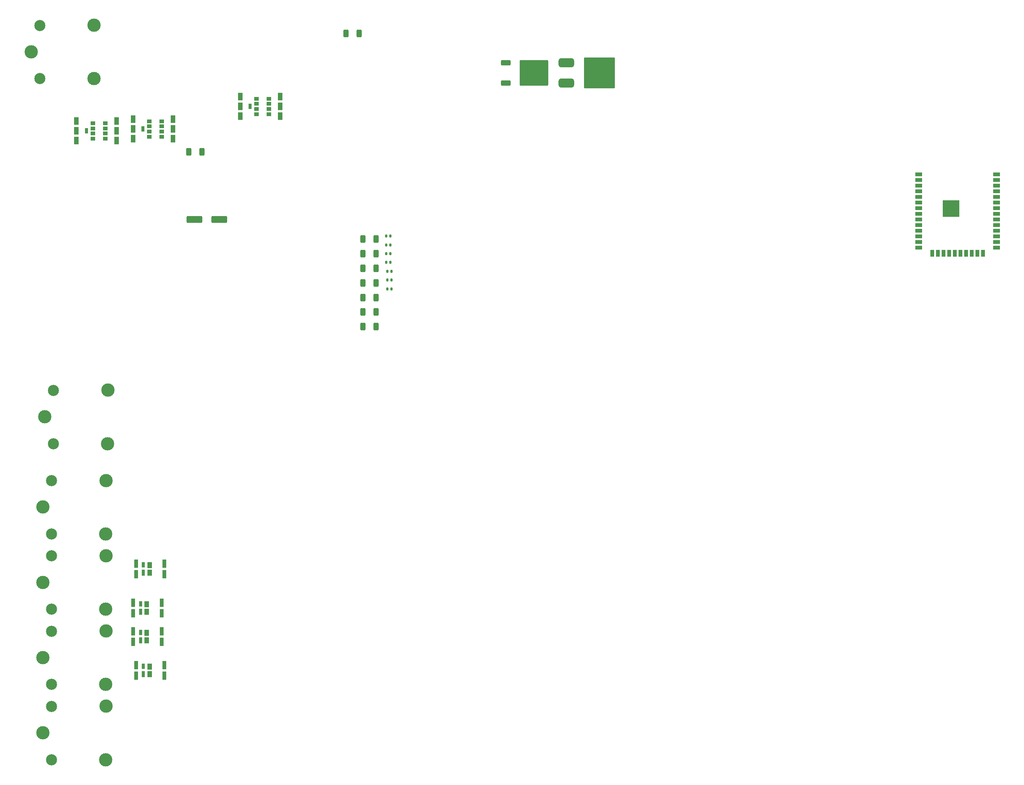
<source format=gbr>
%TF.GenerationSoftware,KiCad,Pcbnew,7.0.8*%
%TF.CreationDate,2023-10-11T10:21:05+03:00*%
%TF.ProjectId,sprinklers,73707269-6e6b-46c6-9572-732e6b696361,rev?*%
%TF.SameCoordinates,Original*%
%TF.FileFunction,Copper,L1,Top*%
%TF.FilePolarity,Positive*%
%FSLAX46Y46*%
G04 Gerber Fmt 4.6, Leading zero omitted, Abs format (unit mm)*
G04 Created by KiCad (PCBNEW 7.0.8) date 2023-10-11 10:21:05*
%MOMM*%
%LPD*%
G01*
G04 APERTURE LIST*
G04 Aperture macros list*
%AMRoundRect*
0 Rectangle with rounded corners*
0 $1 Rounding radius*
0 $2 $3 $4 $5 $6 $7 $8 $9 X,Y pos of 4 corners*
0 Add a 4 corners polygon primitive as box body*
4,1,4,$2,$3,$4,$5,$6,$7,$8,$9,$2,$3,0*
0 Add four circle primitives for the rounded corners*
1,1,$1+$1,$2,$3*
1,1,$1+$1,$4,$5*
1,1,$1+$1,$6,$7*
1,1,$1+$1,$8,$9*
0 Add four rect primitives between the rounded corners*
20,1,$1+$1,$2,$3,$4,$5,0*
20,1,$1+$1,$4,$5,$6,$7,0*
20,1,$1+$1,$6,$7,$8,$9,0*
20,1,$1+$1,$8,$9,$2,$3,0*%
G04 Aperture macros list end*
%TA.AperFunction,ComponentPad*%
%ADD10C,3.000000*%
%TD*%
%TA.AperFunction,ComponentPad*%
%ADD11C,2.500000*%
%TD*%
%TA.AperFunction,SMDPad,CuDef*%
%ADD12R,1.100000X1.700000*%
%TD*%
%TA.AperFunction,SMDPad,CuDef*%
%ADD13R,0.700000X1.300000*%
%TD*%
%TA.AperFunction,SMDPad,CuDef*%
%ADD14R,1.100000X0.850000*%
%TD*%
%TA.AperFunction,SMDPad,CuDef*%
%ADD15R,0.900000X1.850000*%
%TD*%
%TA.AperFunction,SMDPad,CuDef*%
%ADD16R,0.650000X1.150000*%
%TD*%
%TA.AperFunction,SMDPad,CuDef*%
%ADD17R,0.650000X1.350000*%
%TD*%
%TA.AperFunction,SMDPad,CuDef*%
%ADD18R,1.000000X1.350000*%
%TD*%
%TA.AperFunction,SMDPad,CuDef*%
%ADD19RoundRect,0.147500X-0.147500X-0.172500X0.147500X-0.172500X0.147500X0.172500X-0.147500X0.172500X0*%
%TD*%
%TA.AperFunction,SMDPad,CuDef*%
%ADD20RoundRect,0.500000X-1.250000X-0.500000X1.250000X-0.500000X1.250000X0.500000X-1.250000X0.500000X0*%
%TD*%
%TA.AperFunction,SMDPad,CuDef*%
%ADD21RoundRect,0.250000X-3.250000X-3.250000X3.250000X-3.250000X3.250000X3.250000X-3.250000X3.250000X0*%
%TD*%
%TA.AperFunction,SMDPad,CuDef*%
%ADD22RoundRect,0.140000X-0.140000X-0.170000X0.140000X-0.170000X0.140000X0.170000X-0.140000X0.170000X0*%
%TD*%
%TA.AperFunction,SMDPad,CuDef*%
%ADD23R,1.500000X0.900000*%
%TD*%
%TA.AperFunction,SMDPad,CuDef*%
%ADD24R,0.900000X1.500000*%
%TD*%
%TA.AperFunction,SMDPad,CuDef*%
%ADD25R,0.900000X0.900000*%
%TD*%
%TA.AperFunction,HeatsinkPad*%
%ADD26C,0.600000*%
%TD*%
%TA.AperFunction,SMDPad,CuDef*%
%ADD27R,3.800000X3.800000*%
%TD*%
%TA.AperFunction,SMDPad,CuDef*%
%ADD28RoundRect,0.250000X-0.312500X-0.625000X0.312500X-0.625000X0.312500X0.625000X-0.312500X0.625000X0*%
%TD*%
%TA.AperFunction,SMDPad,CuDef*%
%ADD29RoundRect,0.250000X-1.500000X-0.550000X1.500000X-0.550000X1.500000X0.550000X-1.500000X0.550000X0*%
%TD*%
%TA.AperFunction,SMDPad,CuDef*%
%ADD30RoundRect,0.250000X-0.850000X-0.350000X0.850000X-0.350000X0.850000X0.350000X-0.850000X0.350000X0*%
%TD*%
%TA.AperFunction,SMDPad,CuDef*%
%ADD31RoundRect,0.250000X-1.275000X-1.125000X1.275000X-1.125000X1.275000X1.125000X-1.275000X1.125000X0*%
%TD*%
%TA.AperFunction,SMDPad,CuDef*%
%ADD32RoundRect,0.249997X-2.950003X-2.650003X2.950003X-2.650003X2.950003X2.650003X-2.950003X2.650003X0*%
%TD*%
G04 APERTURE END LIST*
D10*
%TO.P,K4,1*%
%TO.N,Net-(J2-In)*%
X31720000Y-146505000D03*
D11*
%TO.P,K4,2*%
%TO.N,Net-(Q4-D)*%
X33670000Y-152555000D03*
D10*
%TO.P,K4,3*%
%TO.N,unconnected-(K4-Pad3)*%
X45870000Y-152555000D03*
%TO.P,K4,4*%
%TO.N,unconnected-(K4-Pad4)*%
X45920000Y-140505000D03*
D11*
%TO.P,K4,5*%
%TO.N,+5V*%
X33670000Y-140555000D03*
%TD*%
D12*
%TO.P,Q2,1,D*%
%TO.N,Net-(Q2-D)*%
X51990000Y-42155000D03*
X51990000Y-44355000D03*
X51990000Y-46555000D03*
X60990000Y-42155000D03*
X60990000Y-44355000D03*
X60990000Y-46555000D03*
D13*
%TO.P,Q2,2,G*%
%TO.N,Net-(Q2-G)*%
X54240000Y-44355000D03*
D14*
%TO.P,Q2,3,S*%
%TO.N,GND*%
X55640000Y-42630000D03*
X55640000Y-43780000D03*
X55640000Y-44930000D03*
X55640000Y-46080000D03*
X58440000Y-42630000D03*
X58440000Y-43780000D03*
X58440000Y-44930000D03*
X58440000Y-46080000D03*
%TD*%
D15*
%TO.P,Q6,1,D*%
%TO.N,Net-(Q6-D)*%
X52680000Y-165195000D03*
X52680000Y-167545000D03*
X59080000Y-165195000D03*
X59080000Y-167545000D03*
D16*
%TO.P,Q6,2,G*%
%TO.N,Net-(Q6-G)*%
X54330000Y-165420000D03*
D17*
%TO.P,Q6,3,S*%
%TO.N,GND*%
X54330000Y-167220000D03*
D18*
X55705000Y-165520000D03*
X55705000Y-167220000D03*
%TD*%
D19*
%TO.P,D3,1,K*%
%TO.N,Net-(D3-K)*%
X109227500Y-80370000D03*
%TO.P,D3,2,A*%
%TO.N,Net-(D3-A)*%
X110197500Y-80370000D03*
%TD*%
D20*
%TO.P,REF\u002A\u002A,1*%
%TO.N,N/C*%
X149565000Y-29450000D03*
D21*
X156965000Y-31750000D03*
D20*
%TO.P,REF\u002A\u002A,2*%
X149565000Y-34030000D03*
%TD*%
D22*
%TO.P,C4,1*%
%TO.N,Net-(U1-VO)*%
X108977500Y-74410000D03*
%TO.P,C4,2*%
%TO.N,GND*%
X109937500Y-74410000D03*
%TD*%
%TO.P,C1,1*%
%TO.N,+5V*%
X108977500Y-68500000D03*
%TO.P,C1,2*%
%TO.N,GND*%
X109937500Y-68500000D03*
%TD*%
D23*
%TO.P,U2,1,GND*%
%TO.N,GND*%
X228880000Y-54610000D03*
%TO.P,U2,2,VDD*%
%TO.N,Net-(U1-VO)*%
X228880000Y-55880000D03*
%TO.P,U2,3,EN*%
%TO.N,unconnected-(U2-EN-Pad3)*%
X228880000Y-57150000D03*
%TO.P,U2,4,SENSOR_VP*%
%TO.N,unconnected-(U2-SENSOR_VP-Pad4)*%
X228880000Y-58420000D03*
%TO.P,U2,5,SENSOR_VN*%
%TO.N,unconnected-(U2-SENSOR_VN-Pad5)*%
X228880000Y-59690000D03*
%TO.P,U2,6,IO34*%
%TO.N,Net-(U2-IO34)*%
X228880000Y-60960000D03*
%TO.P,U2,7,IO35*%
%TO.N,Net-(D3-A)*%
X228880000Y-62230000D03*
%TO.P,U2,8,IO32*%
%TO.N,unconnected-(U2-IO32-Pad8)*%
X228880000Y-63500000D03*
%TO.P,U2,9,IO33*%
%TO.N,unconnected-(U2-IO33-Pad9)*%
X228880000Y-64770000D03*
%TO.P,U2,10,IO25*%
%TO.N,unconnected-(U2-IO25-Pad10)*%
X228880000Y-66040000D03*
%TO.P,U2,11,IO26*%
%TO.N,unconnected-(U2-IO26-Pad11)*%
X228880000Y-67310000D03*
%TO.P,U2,12,IO27*%
%TO.N,Net-(D2-A)*%
X228880000Y-68580000D03*
%TO.P,U2,13,IO14*%
%TO.N,unconnected-(U2-IO14-Pad13)*%
X228880000Y-69850000D03*
%TO.P,U2,14,IO12*%
%TO.N,unconnected-(U2-IO12-Pad14)*%
X228880000Y-71120000D03*
D24*
%TO.P,U2,15,GND*%
%TO.N,GND*%
X231920000Y-72370000D03*
%TO.P,U2,16,IO13*%
%TO.N,Net-(U2-IO13)*%
X233190000Y-72370000D03*
%TO.P,U2,17,SHD/SD2*%
%TO.N,Net-(U2-SHD{slash}SD2)*%
X234460000Y-72370000D03*
%TO.P,U2,18,SWP/SD3*%
%TO.N,Net-(U2-SWP{slash}SD3)*%
X235730000Y-72370000D03*
%TO.P,U2,19,SCS/CMD*%
%TO.N,Net-(U2-SCS{slash}CMD)*%
X237000000Y-72370000D03*
%TO.P,U2,20,SCK/CLK*%
%TO.N,unconnected-(U2-SCK{slash}CLK-Pad20)*%
X238270000Y-72370000D03*
%TO.P,U2,21,SDO/SD0*%
%TO.N,unconnected-(U2-SDO{slash}SD0-Pad21)*%
X239540000Y-72370000D03*
%TO.P,U2,22,SDI/SD1*%
%TO.N,unconnected-(U2-SDI{slash}SD1-Pad22)*%
X240810000Y-72370000D03*
%TO.P,U2,23,IO15*%
%TO.N,unconnected-(U2-IO15-Pad23)*%
X242080000Y-72370000D03*
%TO.P,U2,24,IO2*%
%TO.N,Net-(U2-IO2)*%
X243350000Y-72370000D03*
D23*
%TO.P,U2,25,IO0*%
%TO.N,unconnected-(U2-IO0-Pad25)*%
X246380000Y-71120000D03*
%TO.P,U2,26,IO4*%
%TO.N,unconnected-(U2-IO4-Pad26)*%
X246380000Y-69850000D03*
%TO.P,U2,27,IO16*%
%TO.N,unconnected-(U2-IO16-Pad27)*%
X246380000Y-68580000D03*
%TO.P,U2,28,IO17*%
%TO.N,unconnected-(U2-IO17-Pad28)*%
X246380000Y-67310000D03*
%TO.P,U2,29,IO5*%
%TO.N,unconnected-(U2-IO5-Pad29)*%
X246380000Y-66040000D03*
%TO.P,U2,30,IO18*%
%TO.N,unconnected-(U2-IO18-Pad30)*%
X246380000Y-64770000D03*
%TO.P,U2,31,IO19*%
%TO.N,unconnected-(U2-IO19-Pad31)*%
X246380000Y-63500000D03*
%TO.P,U2,32,NC*%
%TO.N,unconnected-(U2-NC-Pad32)*%
X246380000Y-62230000D03*
%TO.P,U2,33,IO21*%
%TO.N,unconnected-(U2-IO21-Pad33)*%
X246380000Y-60960000D03*
%TO.P,U2,34,RXD0/IO3*%
%TO.N,unconnected-(U2-RXD0{slash}IO3-Pad34)*%
X246380000Y-59690000D03*
%TO.P,U2,35,TXD0/IO1*%
%TO.N,unconnected-(U2-TXD0{slash}IO1-Pad35)*%
X246380000Y-58420000D03*
%TO.P,U2,36,IO22*%
%TO.N,Net-(D1-A)*%
X246380000Y-57150000D03*
%TO.P,U2,37,IO23*%
%TO.N,unconnected-(U2-IO23-Pad37)*%
X246380000Y-55880000D03*
%TO.P,U2,38,GND*%
%TO.N,GND*%
X246380000Y-54610000D03*
D25*
%TO.P,U2,39,GND*%
X234730000Y-60930000D03*
D26*
X234730000Y-61630000D03*
D25*
X234730000Y-62330000D03*
D26*
X234730000Y-63030000D03*
D25*
X234730000Y-63730000D03*
D26*
X235430000Y-60930000D03*
X235430000Y-62330000D03*
X235430000Y-63730000D03*
X236105000Y-61630000D03*
X236105000Y-63030000D03*
D25*
X236130000Y-60930000D03*
X236130000Y-62330000D03*
D27*
X236130000Y-62330000D03*
D25*
X236130000Y-63730000D03*
D26*
X236830000Y-60930000D03*
X236830000Y-62330000D03*
X236830000Y-63730000D03*
D25*
X237530000Y-60930000D03*
D26*
X237530000Y-61630000D03*
D25*
X237530000Y-62330000D03*
D26*
X237530000Y-63030000D03*
D25*
X237530000Y-63730000D03*
%TD*%
D10*
%TO.P,K1,1*%
%TO.N,Net-(J2-In)*%
X29030000Y-26970000D03*
D11*
%TO.P,K1,2*%
%TO.N,Net-(Q1-D)*%
X30980000Y-33020000D03*
D10*
%TO.P,K1,3*%
%TO.N,unconnected-(K1-Pad3)*%
X43180000Y-33020000D03*
%TO.P,K1,4*%
%TO.N,unconnected-(K1-Pad4)*%
X43230000Y-20970000D03*
D11*
%TO.P,K1,5*%
%TO.N,+5V*%
X30980000Y-21020000D03*
%TD*%
D12*
%TO.P,Q1,1,D*%
%TO.N,Net-(Q1-D)*%
X76120000Y-37075000D03*
X76120000Y-39275000D03*
X76120000Y-41475000D03*
X85120000Y-37075000D03*
X85120000Y-39275000D03*
X85120000Y-41475000D03*
D13*
%TO.P,Q1,2,G*%
%TO.N,Net-(Q1-G)*%
X78370000Y-39275000D03*
D14*
%TO.P,Q1,3,S*%
%TO.N,GND*%
X79770000Y-37550000D03*
X79770000Y-38700000D03*
X79770000Y-39850000D03*
X79770000Y-41000000D03*
X82570000Y-37550000D03*
X82570000Y-38700000D03*
X82570000Y-39850000D03*
X82570000Y-41000000D03*
%TD*%
D19*
%TO.P,D2,1,K*%
%TO.N,Net-(D2-K)*%
X109227500Y-78380000D03*
%TO.P,D2,2,A*%
%TO.N,Net-(D2-A)*%
X110197500Y-78380000D03*
%TD*%
D28*
%TO.P,R3,1*%
%TO.N,GND*%
X103755000Y-75740000D03*
%TO.P,R3,2*%
%TO.N,Net-(D3-K)*%
X106680000Y-75740000D03*
%TD*%
D15*
%TO.P,Q3,1,D*%
%TO.N,Net-(Q3-D)*%
X52680000Y-142335000D03*
X52680000Y-144685000D03*
X59080000Y-142335000D03*
X59080000Y-144685000D03*
D16*
%TO.P,Q3,2,G*%
%TO.N,Net-(Q3-G)*%
X54330000Y-142560000D03*
D17*
%TO.P,Q3,3,S*%
%TO.N,GND*%
X54330000Y-144360000D03*
D18*
X55705000Y-142660000D03*
X55705000Y-144360000D03*
%TD*%
D22*
%TO.P,C3,1*%
%TO.N,Net-(U1-VO)*%
X108977500Y-72440000D03*
%TO.P,C3,2*%
%TO.N,GND*%
X109937500Y-72440000D03*
%TD*%
D28*
%TO.P,R8,1*%
%TO.N,Net-(Q5-G)*%
X103755000Y-85610000D03*
%TO.P,R8,2*%
%TO.N,Net-(U2-SWP{slash}SD3)*%
X106680000Y-85610000D03*
%TD*%
D10*
%TO.P,K5,1*%
%TO.N,Net-(J2-In)*%
X31720000Y-163455000D03*
D11*
%TO.P,K5,2*%
%TO.N,Net-(Q5-D)*%
X33670000Y-169505000D03*
D10*
%TO.P,K5,3*%
%TO.N,unconnected-(K5-Pad3)*%
X45870000Y-169505000D03*
%TO.P,K5,4*%
%TO.N,unconnected-(K5-Pad4)*%
X45920000Y-157455000D03*
D11*
%TO.P,K5,5*%
%TO.N,+5V*%
X33670000Y-157505000D03*
%TD*%
D28*
%TO.P,R1,1*%
%TO.N,GND*%
X103755000Y-69160000D03*
%TO.P,R1,2*%
%TO.N,Net-(D1-K)*%
X106680000Y-69160000D03*
%TD*%
D19*
%TO.P,D1,1,K*%
%TO.N,Net-(D1-K)*%
X109227500Y-76390000D03*
%TO.P,D1,2,A*%
%TO.N,Net-(D1-A)*%
X110197500Y-76390000D03*
%TD*%
D12*
%TO.P,Q7,1,D*%
%TO.N,unconnected-(Q7-D-Pad1)*%
X39260000Y-42590000D03*
X39260000Y-44790000D03*
X39260000Y-46990000D03*
X48260000Y-42590000D03*
X48260000Y-44790000D03*
X48260000Y-46990000D03*
D13*
%TO.P,Q7,2,G*%
%TO.N,unconnected-(Q7-G-Pad2)*%
X41510000Y-44790000D03*
D14*
%TO.P,Q7,3,S*%
%TO.N,unconnected-(Q7-S-Pad3)*%
X42910000Y-43065000D03*
X42910000Y-44215000D03*
X42910000Y-45365000D03*
X42910000Y-46515000D03*
X45710000Y-43065000D03*
X45710000Y-44215000D03*
X45710000Y-45365000D03*
X45710000Y-46515000D03*
%TD*%
D28*
%TO.P,R2,1*%
%TO.N,GND*%
X103755000Y-72450000D03*
%TO.P,R2,2*%
%TO.N,Net-(D2-K)*%
X106680000Y-72450000D03*
%TD*%
%TO.P,R7,1*%
%TO.N,Net-(Q4-G)*%
X103755000Y-82320000D03*
%TO.P,R7,2*%
%TO.N,Net-(U2-SCS{slash}CMD)*%
X106680000Y-82320000D03*
%TD*%
D15*
%TO.P,Q4,1,D*%
%TO.N,Net-(Q4-D)*%
X52020000Y-151120000D03*
X52020000Y-153470000D03*
X58420000Y-151120000D03*
X58420000Y-153470000D03*
D16*
%TO.P,Q4,2,G*%
%TO.N,Net-(Q4-G)*%
X53670000Y-151345000D03*
D17*
%TO.P,Q4,3,S*%
%TO.N,GND*%
X53670000Y-153145000D03*
D18*
X55045000Y-151445000D03*
X55045000Y-153145000D03*
%TD*%
D28*
%TO.P,R9,1*%
%TO.N,Net-(Q6-G)*%
X103755000Y-88900000D03*
%TO.P,R9,2*%
%TO.N,Net-(U2-SHD{slash}SD2)*%
X106680000Y-88900000D03*
%TD*%
D15*
%TO.P,Q5,1,D*%
%TO.N,Net-(Q5-D)*%
X52020000Y-157570000D03*
X52020000Y-159920000D03*
X58420000Y-157570000D03*
X58420000Y-159920000D03*
D16*
%TO.P,Q5,2,G*%
%TO.N,Net-(Q5-G)*%
X53670000Y-157795000D03*
D17*
%TO.P,Q5,3,S*%
%TO.N,GND*%
X53670000Y-159595000D03*
D18*
X55045000Y-157895000D03*
X55045000Y-159595000D03*
%TD*%
D28*
%TO.P,R6,1*%
%TO.N,Net-(Q3-G)*%
X103755000Y-79030000D03*
%TO.P,R6,2*%
%TO.N,Net-(U2-IO34)*%
X106680000Y-79030000D03*
%TD*%
D10*
%TO.P,K6,1*%
%TO.N,Net-(J2-In)*%
X31720000Y-180405000D03*
D11*
%TO.P,K6,2*%
%TO.N,Net-(Q6-D)*%
X33670000Y-186455000D03*
D10*
%TO.P,K6,3*%
%TO.N,unconnected-(K6-Pad3)*%
X45870000Y-186455000D03*
%TO.P,K6,4*%
%TO.N,unconnected-(K6-Pad4)*%
X45920000Y-174405000D03*
D11*
%TO.P,K6,5*%
%TO.N,+5V*%
X33670000Y-174455000D03*
%TD*%
D10*
%TO.P,K2,1*%
%TO.N,Net-(J2-In)*%
X32140000Y-109220000D03*
D11*
%TO.P,K2,2*%
%TO.N,Net-(Q2-D)*%
X34090000Y-115270000D03*
D10*
%TO.P,K2,3*%
%TO.N,unconnected-(K2-Pad3)*%
X46290000Y-115270000D03*
%TO.P,K2,4*%
%TO.N,unconnected-(K2-Pad4)*%
X46340000Y-103220000D03*
D11*
%TO.P,K2,5*%
%TO.N,+5V*%
X34090000Y-103270000D03*
%TD*%
D29*
%TO.P,U1,1,GND*%
%TO.N,GND*%
X65780000Y-64770000D03*
%TO.P,U1,2,VO*%
%TO.N,Net-(U1-VO)*%
X71380000Y-64770000D03*
%TD*%
D30*
%TO.P,REF\u002A\u002A,1*%
%TO.N,N/C*%
X135930000Y-29470000D03*
D31*
%TO.P,REF\u002A\u002A,2*%
X140555000Y-30225000D03*
X140555000Y-33275000D03*
D32*
X142230000Y-31750000D03*
D31*
X143905000Y-30225000D03*
X143905000Y-33275000D03*
D30*
%TO.P,REF\u002A\u002A,3*%
X135930000Y-34030000D03*
%TD*%
D28*
%TO.P,R5,1*%
%TO.N,Net-(Q2-G)*%
X64577500Y-49530000D03*
%TO.P,R5,2*%
%TO.N,Net-(U2-IO13)*%
X67502500Y-49530000D03*
%TD*%
D10*
%TO.P,K3,1*%
%TO.N,Net-(J2-In)*%
X31720000Y-129555000D03*
D11*
%TO.P,K3,2*%
%TO.N,Net-(Q3-D)*%
X33670000Y-135605000D03*
D10*
%TO.P,K3,3*%
%TO.N,unconnected-(K3-Pad3)*%
X45870000Y-135605000D03*
%TO.P,K3,4*%
%TO.N,unconnected-(K3-Pad4)*%
X45920000Y-123555000D03*
D11*
%TO.P,K3,5*%
%TO.N,+5V*%
X33670000Y-123605000D03*
%TD*%
D28*
%TO.P,R4,1*%
%TO.N,Net-(Q1-G)*%
X99945000Y-22860000D03*
%TO.P,R4,2*%
%TO.N,Net-(U2-IO2)*%
X102870000Y-22860000D03*
%TD*%
D22*
%TO.P,C2,1*%
%TO.N,+5V*%
X108977500Y-70470000D03*
%TO.P,C2,2*%
%TO.N,GND*%
X109937500Y-70470000D03*
%TD*%
M02*

</source>
